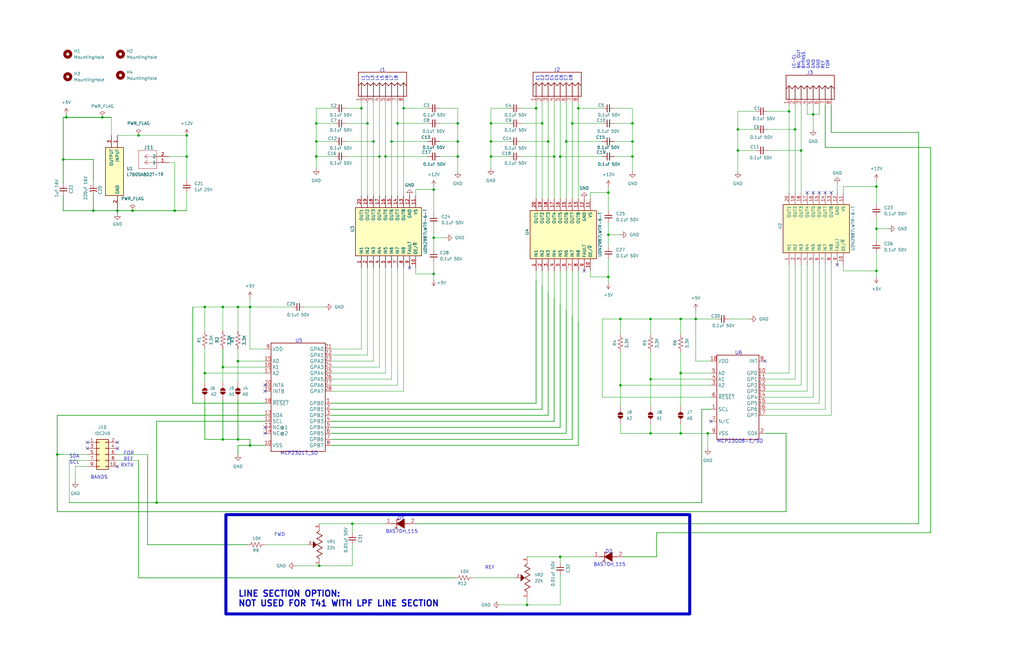
<source format=kicad_sch>
(kicad_sch (version 20250114) (generator "eeschema") (generator_version "9.0")
  (paper "B")
  (title_block (title "K9HZ 100W AUTO TUNER CONTROL BOARD") (date "2026-01-10") (rev "2.0") (company "COPYRIGHT 2025 WJ Schmidt") (comment 1 "Designed by WJ Schmidt - K9HZ") (comment 2 "Kicad Schematic Capture and PCB Optimization JWilson - KC7VLO"))
  (rectangle (start 95.25 217.17) (end 290.83 259.08) (stroke (width 1.27)))
  (text "C1\nC2\nC3\nC4\nC5\nC6\nC7\nC8" (at 226.06 34.29 90) (effects (font (size 1.233 1.233)) (justify left top)))
  (text "MCP23017_SO" (at 118.11 190.5 0) (effects (font (size 1.48 1.48)) (justify left top)))
  (text "RXTX" (at 50.8 195.58 0) (effects (font (size 1.48 1.48)) (justify left top)))
  (text "SDA" (at 29.21 191.77 0) (effects (font (size 1.48 1.48)) (justify left top)))
  (text "SCL" (at 29.21 194.31 0) (effects (font (size 1.48 1.48)) (justify left top)))
  (text "D2" (at 255.27 233.68 0) (effects (font (size 1.48 1.48)) (justify left bottom)))
  (text "D1" (at 167.64 219.71 0) (effects (font (size 1.48 1.48)) (justify left bottom)))
  (text "LC-CL\nBAL OUT\nBYPASS\nGND\nGND\nGND\nREF\nFOR" (at 334.01 29.21 90) (effects (font (size 1.27 1.27)) (justify left top)))
  (text "FWD" (at 115.57 224.79 0) (effects (font (size 1.48 1.48)) (justify left top)))
  (text "U5" (at 124.46 144.78 0) (effects (font (size 1.48 1.48)) (justify left bottom)))
  (text "BAS70H,115" (at 250.19 237.49 0) (effects (font (size 1.48 1.48)) (justify left top)))
  (text "BANDS" (at 38.1 200.66 0) (effects (font (size 1.48 1.48)) (justify left top)))
  (text "REF" (at 204.47 238.76 0) (effects (font (size 1.48 1.48)) (justify left top)))
  (text "MCP23008-E/SO" (at 302.26 185.42 0) (effects (font (size 1.48 1.48)) (justify left top)))
  (text "REF" (at 52.07 193.04 0) (effects (font (size 1.48 1.48)) (justify left top)))
  (text "U6" (at 309.88 149.86 0) (effects (font (size 1.48 1.48)) (justify left bottom)))
  (text "J3" (at 342.9 31.75 0) (effects (font (size 1.48 1.48)) (justify right bottom)))
  (text "J2" (at 236.22 30.48 0) (effects (font (size 1.48 1.48)) (justify right bottom)))
  (text "FOR" (at 52.07 190.5 0) (effects (font (size 1.48 1.48)) (justify left top)))
  (text "BAS70H,115" (at 162.56 223.52 0) (effects (font (size 1.48 1.48)) (justify left top)))
  (text "L1\nL2\nL3\nL4\nL5\nL6\nL7\nL8" (at 152.4 34.29 90) (effects (font (size 1.233 1.233)) (justify left top)))
  (text "LINE SECTION OPTION:\nNOT USED FOR T41 WITH LPF LINE SECTION" (at 100.33 252.73 0) (effects (font (size 2.54 2.54) (thickness 0.508) (bold yes)) (justify left)))
  (text "J1" (at 162.56 30.48 0) (effects (font (size 1.48 1.48)) (justify right bottom)))
  (junction (at 293.37 134.62))
  (junction (at 369.57 114.3))
  (junction (at 182.88 115.57))
  (junction (at 162.56 66.04))
  (junction (at 170.18 45.72))
  (junction (at 332.74 46.99))
  (junction (at 167.64 52.07))
  (junction (at 222.25 255.27))
  (junction (at 182.88 80.01))
  (junction (at 148.59 220.98))
  (junction (at 58.42 57.15))
  (junction (at 27.94 49.53))
  (junction (at 261.62 134.62))
  (junction (at 287.02 157.48))
  (junction (at 133.35 59.69))
  (junction (at 233.68 66.04))
  (junction (at 66.04 212.09))
  (junction (at 152.4 45.72))
  (junction (at 311.15 54.61))
  (junction (at 86.36 129.54))
  (junction (at 100.33 129.54))
  (junction (at 39.37 88.9))
  (junction (at 24.13 191.77))
  (junction (at 274.32 160.02))
  (junction (at 55.88 88.9))
  (junction (at 193.04 52.07))
  (junction (at 207.01 52.07))
  (junction (at 78.74 66.04))
  (junction (at 160.02 66.04))
  (junction (at 342.9 48.26))
  (junction (at 207.01 66.04))
  (junction (at 86.36 157.48))
  (junction (at 298.45 182.88))
  (junction (at 256.54 81.28))
  (junction (at 105.41 187.96))
  (junction (at 43.18 49.53))
  (junction (at 287.02 182.88))
  (junction (at 207.01 59.69))
  (junction (at 49.53 88.9))
  (junction (at 236.22 234.95))
  (junction (at 274.32 134.62))
  (junction (at 78.74 57.15))
  (junction (at 335.28 54.61))
  (junction (at 266.7 66.04))
  (junction (at 311.15 63.5))
  (junction (at 105.41 129.54))
  (junction (at 228.6 52.07))
  (junction (at 369.57 96.52))
  (junction (at 157.48 59.69))
  (junction (at 193.04 66.04))
  (junction (at 266.7 59.69))
  (junction (at 182.88 100.33))
  (junction (at 193.04 59.69))
  (junction (at 73.66 88.9))
  (junction (at 165.1 59.69))
  (junction (at 154.94 52.07))
  (junction (at 100.33 185.42))
  (junction (at 93.98 154.94))
  (junction (at 236.22 66.04))
  (junction (at 231.14 59.69))
  (junction (at 133.35 52.07))
  (junction (at 256.54 99.06))
  (junction (at 241.3 52.07))
  (junction (at 261.62 162.56))
  (junction (at 287.02 134.62))
  (junction (at 266.7 52.07))
  (junction (at 134.62 238.76))
  (junction (at 226.06 45.72))
  (junction (at 26.67 67.31))
  (junction (at 100.33 152.4))
  (junction (at 256.54 116.84))
  (junction (at 369.57 78.74))
  (junction (at 337.82 63.5))
  (junction (at 274.32 182.88))
  (junction (at 133.35 66.04))
  (junction (at 93.98 185.42))
  (junction (at 243.84 45.72))
  (junction (at 93.98 129.54))
  (junction (at 238.76 59.69))
  (no_connect (at 353.06 111.76))
  (no_connect (at 111.76 165.1))
  (no_connect (at 49.53 186.69))
  (no_connect (at 111.76 162.56))
  (no_connect (at 49.53 189.23))
  (no_connect (at 36.83 186.69))
  (no_connect (at 36.83 189.23))
  (no_connect (at 347.98 81.28))
  (no_connect (at 322.58 152.4))
  (no_connect (at 342.9 81.28))
  (no_connect (at 350.52 81.28))
  (no_connect (at 299.72 177.8))
  (no_connect (at 111.76 180.34))
  (no_connect (at 246.38 114.3))
  (no_connect (at 345.44 81.28))
  (no_connect (at 111.76 182.88))
  (no_connect (at 49.53 196.85))
  (no_connect (at 172.72 113.03))
  (no_connect (at 340.36 81.28))
  (wire (pts (xy 111.76 170.18) (xy 81.28 170.18)) (stroke (width 0.25)))
  (wire (pts (xy 322.58 160.02) (xy 335.28 160.02)))
  (wire (pts (xy 26.67 49.53) (xy 26.67 67.31)) (stroke (width 0.25)))
  (wire (pts (xy 185.42 59.69) (xy 193.04 59.69)))
  (wire (pts (xy 24.13 215.9) (xy 331.47 215.9)) (stroke (width 0.25)))
  (wire (pts (xy 369.57 106.68) (xy 369.57 114.3)))
  (wire (pts (xy 199.39 243.84) (xy 217.17 243.84)))
  (wire (pts (xy 231.14 114.3) (xy 231.14 123.19)))
  (wire (pts (xy 160.02 43.18) (xy 160.02 66.04)))
  (wire (pts (xy 299.72 172.72) (xy 295.91 172.72)) (stroke (width 0.25)))
  (wire (pts (xy 165.1 43.18) (xy 165.1 59.69)))
  (wire (pts (xy 236.22 255.27) (xy 222.25 255.27)))
  (wire (pts (xy 311.15 54.61) (xy 311.15 46.99)))
  (wire (pts (xy 146.05 45.72) (xy 152.4 45.72)))
  (wire (pts (xy 238.76 182.88) (xy 139.7 182.88)) (stroke (width 0.25)))
  (wire (pts (xy 105.41 147.32) (xy 105.41 129.54)))
  (wire (pts (xy 31.75 196.85) (xy 31.75 203.2)))
  (wire (pts (xy 148.59 229.87) (xy 148.59 238.76)))
  (wire (pts (xy 387.35 55.88) (xy 350.52 55.88)) (stroke (width 0.25)))
  (wire (pts (xy 24.13 191.77) (xy 26.67 191.77)) (stroke (width 0.25)))
  (wire (pts (xy 231.14 175.26) (xy 139.7 175.26)) (stroke (width 0.25)))
  (wire (pts (xy 154.94 52.07) (xy 154.94 82.55)))
  (wire (pts (xy 226.06 43.18) (xy 226.06 45.72)))
  (wire (pts (xy 332.74 44.45) (xy 332.74 46.99)))
  (wire (pts (xy 66.04 177.8) (xy 111.76 177.8)) (stroke (width 0.25)))
  (wire (pts (xy 139.7 162.56) (xy 167.64 162.56)))
  (wire (pts (xy 27.94 49.53) (xy 26.67 49.53)))
  (wire (pts (xy 322.58 167.64) (xy 342.9 167.64)))
  (wire (pts (xy 299.72 167.64) (xy 254 167.64)))
  (wire (pts (xy 311.15 46.99) (xy 318.77 46.99)))
  (wire (pts (xy 322.58 162.56) (xy 337.82 162.56)))
  (wire (pts (xy 24.13 175.26) (xy 111.76 175.26)) (stroke (width 0.25)))
  (wire (pts (xy 81.28 129.54) (xy 86.36 129.54)))
  (wire (pts (xy 276.86 224.79) (xy 392.43 224.79)) (stroke (width 0.25)))
  (wire (pts (xy 369.57 96.52) (xy 369.57 101.6)))
  (wire (pts (xy 182.88 115.57) (xy 182.88 118.11)))
  (wire (pts (xy 355.6 114.3) (xy 355.6 111.76)))
  (wire (pts (xy 261.62 140.97) (xy 261.62 134.62)))
  (wire (pts (xy 105.41 185.42) (xy 105.41 187.96)) (stroke (width 0.25)))
  (wire (pts (xy 26.67 67.31) (xy 26.67 77.47)) (stroke (width 0.25)))
  (wire (pts (xy 392.43 62.23) (xy 392.43 224.79)) (stroke (width 0.25)))
  (wire (pts (xy 31.75 196.85) (xy 36.83 196.85)))
  (wire (pts (xy 139.7 157.48) (xy 162.56 157.48)))
  (wire (pts (xy 162.56 113.03) (xy 162.56 157.48)))
  (wire (pts (xy 287.02 148.59) (xy 287.02 157.48)))
  (wire (pts (xy 340.36 111.76) (xy 340.36 165.1)))
  (wire (pts (xy 49.53 194.31) (xy 58.42 194.31)))
  (wire (pts (xy 342.9 48.26) (xy 342.9 54.61)))
  (wire (pts (xy 387.35 55.88) (xy 387.35 220.98)) (stroke (width 0.25)))
  (wire (pts (xy 266.7 66.04) (xy 266.7 72.39)))
  (wire (pts (xy 139.7 160.02) (xy 165.1 160.02)))
  (wire (pts (xy 49.53 88.9) (xy 49.53 90.17)) (stroke (width 0.25)))
  (wire (pts (xy 193.04 52.07) (xy 193.04 59.69)))
  (wire (pts (xy 274.32 160.02) (xy 274.32 171.45)))
  (wire (pts (xy 299.72 160.02) (xy 274.32 160.02)))
  (wire (pts (xy 261.62 162.56) (xy 261.62 171.45)))
  (wire (pts (xy 55.88 88.9) (xy 73.66 88.9)) (stroke (width 0.25)))
  (wire (pts (xy 256.54 99.06) (xy 256.54 104.14)))
  (wire (pts (xy 100.33 152.4) (xy 100.33 161.29)))
  (wire (pts (xy 39.37 88.9) (xy 26.67 88.9)) (stroke (width 0.25)))
  (wire (pts (xy 154.94 149.86) (xy 139.7 149.86)))
  (wire (pts (xy 49.53 57.15) (xy 58.42 57.15)))
  (wire (pts (xy 293.37 152.4) (xy 293.37 134.62)))
  (wire (pts (xy 332.74 46.99) (xy 332.74 81.28)))
  (wire (pts (xy 228.6 52.07) (xy 228.6 83.82)))
  (wire (pts (xy 231.14 59.69) (xy 231.14 83.82)))
  (wire (pts (xy 100.33 185.42) (xy 105.41 185.42)) (stroke (width 0.25)))
  (wire (pts (xy 311.15 54.61) (xy 318.77 54.61)))
  (wire (pts (xy 182.88 80.01) (xy 182.88 90.17)))
  (wire (pts (xy 238.76 43.18) (xy 238.76 59.69)))
  (wire (pts (xy 58.42 243.84) (xy 191.77 243.84)) (stroke (width 0.25)))
  (wire (pts (xy 100.33 129.54) (xy 100.33 139.7)))
  (wire (pts (xy 274.32 134.62) (xy 287.02 134.62)))
  (wire (pts (xy 243.84 45.72) (xy 254 45.72)))
  (wire (pts (xy 148.59 220.98) (xy 148.59 224.79)))
  (wire (pts (xy 323.85 54.61) (xy 335.28 54.61)))
  (wire (pts (xy 182.88 110.49) (xy 182.88 115.57)))
  (wire (pts (xy 160.02 66.04) (xy 160.02 82.55)))
  (wire (pts (xy 134.62 220.98) (xy 148.59 220.98)))
  (wire (pts (xy 219.71 66.04) (xy 233.68 66.04)))
  (wire (pts (xy 241.3 43.18) (xy 241.3 52.07)))
  (wire (pts (xy 345.44 48.26) (xy 342.9 48.26)))
  (wire (pts (xy 335.28 111.76) (xy 335.28 160.02)))
  (wire (pts (xy 133.35 45.72) (xy 133.35 52.07)))
  (wire (pts (xy 185.42 66.04) (xy 193.04 66.04)))
  (wire (pts (xy 274.32 148.59) (xy 274.32 160.02)))
  (wire (pts (xy 39.37 76.2) (xy 39.37 77.47)))
  (wire (pts (xy 93.98 147.32) (xy 93.98 154.94)) (stroke (width 0.25)))
  (wire (pts (xy 207.01 59.69) (xy 207.01 66.04)))
  (wire (pts (xy 105.41 129.54) (xy 123.19 129.54)))
  (wire (pts (xy 105.41 125.73) (xy 105.41 129.54)))
  (wire (pts (xy 133.35 52.07) (xy 140.97 52.07)))
  (wire (pts (xy 287.02 134.62) (xy 287.02 140.97)))
  (wire (pts (xy 287.02 182.88) (xy 287.02 179.07)))
  (wire (pts (xy 369.57 91.44) (xy 369.57 96.52)))
  (wire (pts (xy 193.04 45.72) (xy 193.04 52.07)))
  (wire (pts (xy 111.76 147.32) (xy 105.41 147.32)))
  (wire (pts (xy 298.45 182.88) (xy 287.02 182.88)))
  (wire (pts (xy 266.7 45.72) (xy 266.7 52.07)))
  (wire (pts (xy 78.74 66.04) (xy 78.74 76.2)))
  (wire (pts (xy 342.9 44.45) (xy 342.9 48.26)))
  (wire (pts (xy 62.23 229.87) (xy 104.14 229.87)) (stroke (width 0.25)))
  (wire (pts (xy 322.58 157.48) (xy 332.74 157.48)))
  (wire (pts (xy 152.4 43.18) (xy 152.4 45.72)))
  (wire (pts (xy 238.76 59.69) (xy 254 59.69)))
  (wire (pts (xy 93.98 168.91) (xy 93.98 185.42)) (stroke (width 0.25)))
  (wire (pts (xy 287.02 157.48) (xy 287.02 171.45)))
  (wire (pts (xy 233.68 66.04) (xy 233.68 83.82)))
  (wire (pts (xy 71.12 68.58) (xy 73.66 68.58)))
  (wire (pts (xy 261.62 134.62) (xy 274.32 134.62)))
  (wire (pts (xy 100.33 168.91) (xy 100.33 185.42)) (stroke (width 0.25)))
  (wire (pts (xy 332.74 111.76) (xy 332.74 157.48)))
  (wire (pts (xy 226.06 118.11) (xy 226.06 170.18)) (stroke (width 0.25)))
  (wire (pts (xy 241.3 133.35) (xy 241.3 185.42)) (stroke (width 0.25)))
  (wire (pts (xy 139.7 147.32) (xy 152.4 147.32)))
  (wire (pts (xy 323.85 46.99) (xy 332.74 46.99)))
  (wire (pts (xy 259.08 59.69) (xy 266.7 59.69)))
  (wire (pts (xy 100.33 129.54) (xy 105.41 129.54)))
  (wire (pts (xy 128.27 129.54) (xy 137.16 129.54)))
  (wire (pts (xy 152.4 45.72) (xy 152.4 82.55)))
  (wire (pts (xy 111.76 187.96) (xy 105.41 187.96)) (stroke (width 0.25)))
  (wire (pts (xy 73.66 68.58) (xy 73.66 88.9)))
  (wire (pts (xy 299.72 182.88) (xy 298.45 182.88)))
  (wire (pts (xy 175.26 115.57) (xy 175.26 113.03)))
  (wire (pts (xy 154.94 43.18) (xy 154.94 52.07)))
  (wire (pts (xy 46.99 49.53) (xy 43.18 49.53)) (stroke (width 0.25)))
  (wire (pts (xy 58.42 243.84) (xy 58.42 194.31)) (stroke (width 0.25)))
  (wire (pts (xy 111.76 229.87) (xy 129.54 229.87)))
  (wire (pts (xy 154.94 113.03) (xy 154.94 149.86)))
  (wire (pts (xy 226.06 45.72) (xy 226.06 83.82)))
  (wire (pts (xy 93.98 129.54) (xy 93.98 139.7)))
  (wire (pts (xy 26.67 82.55) (xy 26.67 88.9)) (stroke (width 0.25)))
  (wire (pts (xy 311.15 54.61) (xy 311.15 63.5)))
  (wire (pts (xy 322.58 172.72) (xy 347.98 172.72)))
  (wire (pts (xy 293.37 134.62) (xy 302.26 134.62)))
  (wire (pts (xy 228.6 43.18) (xy 228.6 52.07)))
  (wire (pts (xy 182.88 100.33) (xy 182.88 105.41)))
  (wire (pts (xy 146.05 66.04) (xy 160.02 66.04)))
  (wire (pts (xy 133.35 52.07) (xy 133.35 59.69)))
  (wire (pts (xy 157.48 43.18) (xy 157.48 59.69)))
  (wire (pts (xy 86.36 129.54) (xy 86.36 139.7)))
  (wire (pts (xy 274.32 182.88) (xy 287.02 182.88)))
  (wire (pts (xy 26.67 67.31) (xy 39.37 67.31)) (stroke (width 0.25)))
  (wire (pts (xy 241.3 52.07) (xy 254 52.07)))
  (wire (pts (xy 256.54 81.28) (xy 256.54 88.9)))
  (wire (pts (xy 43.18 49.53) (xy 27.94 49.53)) (stroke (width 0.25)))
  (wire (pts (xy 219.71 45.72) (xy 226.06 45.72)))
  (wire (pts (xy 248.92 81.28) (xy 248.92 83.82)))
  (wire (pts (xy 207.01 45.72) (xy 207.01 52.07)))
  (wire (pts (xy 86.36 168.91) (xy 86.36 185.42)) (stroke (width 0.25)))
  (wire (pts (xy 274.32 179.07) (xy 274.32 182.88)))
  (wire (pts (xy 49.53 88.9) (xy 49.53 87.63)) (stroke (width 0.25)))
  (wire (pts (xy 146.05 59.69) (xy 157.48 59.69)))
  (wire (pts (xy 29.21 212.09) (xy 66.04 212.09)) (stroke (width 0.25)))
  (wire (pts (xy 180.34 66.04) (xy 162.56 66.04)))
  (wire (pts (xy 298.45 182.88) (xy 298.45 189.23)))
  (wire (pts (xy 261.62 162.56) (xy 299.72 162.56)))
  (wire (pts (xy 46.99 57.15) (xy 46.99 49.53)))
  (wire (pts (xy 46.99 49.53) (xy 43.18 49.53)))
  (wire (pts (xy 93.98 185.42) (xy 100.33 185.42)) (stroke (width 0.25)))
  (wire (pts (xy 133.35 59.69) (xy 133.35 66.04)))
  (wire (pts (xy 299.72 152.4) (xy 293.37 152.4)))
  (wire (pts (xy 233.68 43.18) (xy 233.68 66.04)))
  (wire (pts (xy 311.15 63.5) (xy 318.77 63.5)))
  (wire (pts (xy 256.54 78.74) (xy 256.54 81.28)))
  (wire (pts (xy 207.01 52.07) (xy 214.63 52.07)))
  (wire (pts (xy 256.54 99.06) (xy 261.62 99.06)))
  (wire (pts (xy 39.37 82.55) (xy 39.37 88.9)) (stroke (width 0.25)))
  (wire (pts (xy 238.76 59.69) (xy 238.76 83.82)))
  (wire (pts (xy 236.22 234.95) (xy 250.19 234.95)))
  (wire (pts (xy 261.62 182.88) (xy 274.32 182.88)))
  (wire (pts (xy 248.92 116.84) (xy 248.92 114.3)))
  (wire (pts (xy 243.84 187.96) (xy 139.7 187.96)) (stroke (width 0.25)))
  (wire (pts (xy 162.56 66.04) (xy 162.56 82.55)))
  (wire (pts (xy 24.13 191.77) (xy 24.13 215.9)) (stroke (width 0.25)))
  (wire (pts (xy 335.28 54.61) (xy 335.28 81.28)))
  (wire (pts (xy 342.9 111.76) (xy 342.9 167.64)))
  (wire (pts (xy 256.54 93.98) (xy 256.54 99.06)))
  (wire (pts (xy 29.21 194.31) (xy 29.21 212.09)))
  (wire (pts (xy 182.88 115.57) (xy 175.26 115.57)))
  (wire (pts (xy 228.6 114.3) (xy 228.6 120.65)))
  (wire (pts (xy 100.33 187.96) (xy 100.33 191.77)) (stroke (width 0.25)))
  (wire (pts (xy 238.76 114.3) (xy 238.76 130.81)))
  (wire (pts (xy 139.7 165.1) (xy 170.18 165.1)))
  (wire (pts (xy 27.94 48.26) (xy 27.94 49.53)) (stroke (width 0.25)))
  (wire (pts (xy 369.57 114.3) (xy 355.6 114.3)))
  (wire (pts (xy 266.7 59.69) (xy 266.7 66.04)))
  (wire (pts (xy 157.48 113.03) (xy 157.48 152.4)))
  (wire (pts (xy 236.22 234.95) (xy 236.22 237.49)))
  (wire (pts (xy 350.52 111.76) (xy 350.52 175.26)))
  (wire (pts (xy 248.92 81.28) (xy 256.54 81.28)))
  (wire (pts (xy 222.25 234.95) (xy 236.22 234.95)))
  (wire (pts (xy 93.98 129.54) (xy 100.33 129.54)))
  (wire (pts (xy 24.13 175.26) (xy 24.13 191.77)) (stroke (width 0.25)))
  (wire (pts (xy 347.98 44.45) (xy 347.98 62.23)) (stroke (width 0.25)))
  (wire (pts (xy 133.35 59.69) (xy 140.97 59.69)))
  (wire (pts (xy 100.33 147.32) (xy 100.33 152.4)))
  (wire (pts (xy 243.84 43.18) (xy 243.84 45.72)))
  (wire (pts (xy 78.74 66.04) (xy 71.12 66.04)))
  (wire (pts (xy 236.22 242.57) (xy 236.22 255.27)))
  (wire (pts (xy 139.7 154.94) (xy 160.02 154.94)))
  (wire (pts (xy 345.44 111.76) (xy 345.44 170.18)))
  (wire (pts (xy 254 134.62) (xy 261.62 134.62)))
  (wire (pts (xy 214.63 45.72) (xy 207.01 45.72)))
  (wire (pts (xy 170.18 45.72) (xy 180.34 45.72)))
  (wire (pts (xy 337.82 111.76) (xy 337.82 162.56)))
  (wire (pts (xy 256.54 116.84) (xy 248.92 116.84)))
  (wire (pts (xy 81.28 170.18) (xy 81.28 129.54)) (stroke (width 0.25)))
  (wire (pts (xy 369.57 78.74) (xy 369.57 86.36)))
  (wire (pts (xy 243.84 135.89) (xy 243.84 187.96)) (stroke (width 0.25)))
  (wire (pts (xy 170.18 113.03) (xy 170.18 165.1)))
  (wire (pts (xy 146.05 52.07) (xy 154.94 52.07)))
  (wire (pts (xy 233.68 125.73) (xy 233.68 177.8)) (stroke (width 0.25)))
  (wire (pts (xy 222.25 255.27) (xy 210.82 255.27)))
  (wire (pts (xy 29.21 194.31) (xy 36.83 194.31)))
  (wire (pts (xy 254 66.04) (xy 236.22 66.04)))
  (wire (pts (xy 228.6 120.65) (xy 228.6 172.72)) (stroke (width 0.25)))
  (wire (pts (xy 337.82 63.5) (xy 337.82 81.28)))
  (wire (pts (xy 134.62 238.76) (xy 124.46 238.76)))
  (wire (pts (xy 236.22 66.04) (xy 236.22 83.82)))
  (wire (pts (xy 241.3 114.3) (xy 241.3 133.35)))
  (wire (pts (xy 207.01 59.69) (xy 214.63 59.69)))
  (wire (pts (xy 287.02 134.62) (xy 293.37 134.62)))
  (wire (pts (xy 241.3 185.42) (xy 139.7 185.42)) (stroke (width 0.25)))
  (wire (pts (xy 241.3 52.07) (xy 241.3 83.82)))
  (wire (pts (xy 369.57 96.52) (xy 374.65 96.52)))
  (wire (pts (xy 311.15 63.5) (xy 311.15 72.39)))
  (wire (pts (xy 345.44 44.45) (xy 345.44 48.26)))
  (wire (pts (xy 331.47 215.9) (xy 331.47 182.88)) (stroke (width 0.25)))
  (wire (pts (xy 139.7 152.4) (xy 157.48 152.4)))
  (wire (pts (xy 254 167.64) (xy 254 134.62)))
  (wire (pts (xy 347.98 62.23) (xy 392.43 62.23)) (stroke (width 0.25)))
  (wire (pts (xy 182.88 95.25) (xy 182.88 100.33)))
  (wire (pts (xy 222.25 252.73) (xy 222.25 255.27)))
  (wire (pts (xy 233.68 177.8) (xy 139.7 177.8)) (stroke (width 0.25)))
  (wire (pts (xy 226.06 114.3) (xy 226.06 118.11)))
  (wire (pts (xy 238.76 130.81) (xy 238.76 182.88)) (stroke (width 0.25)))
  (wire (pts (xy 228.6 172.72) (xy 139.7 172.72)) (stroke (width 0.25)))
  (wire (pts (xy 355.6 78.74) (xy 355.6 81.28)))
  (wire (pts (xy 133.35 66.04) (xy 140.97 66.04)))
  (wire (pts (xy 259.08 52.07) (xy 266.7 52.07)))
  (wire (pts (xy 78.74 81.28) (xy 78.74 88.9)))
  (wire (pts (xy 58.42 57.15) (xy 78.74 57.15)))
  (wire (pts (xy 266.7 52.07) (xy 266.7 59.69)))
  (wire (pts (xy 175.26 80.01) (xy 175.26 82.55)))
  (wire (pts (xy 350.52 55.88) (xy 350.52 44.45)) (stroke (width 0.25)))
  (wire (pts (xy 86.36 157.48) (xy 111.76 157.48)))
  (wire (pts (xy 49.53 191.77) (xy 62.23 191.77)))
  (wire (pts (xy 175.26 80.01) (xy 182.88 80.01)))
  (wire (pts (xy 43.18 49.53) (xy 27.94 49.53)))
  (wire (pts (xy 307.34 134.62) (xy 316.23 134.62)))
  (wire (pts (xy 323.85 63.5) (xy 337.82 63.5)))
  (wire (pts (xy 78.74 57.15) (xy 78.74 66.04)))
  (wire (pts (xy 287.02 157.48) (xy 299.72 157.48)))
  (wire (pts (xy 185.42 52.07) (xy 193.04 52.07)))
  (wire (pts (xy 276.86 234.95) (xy 262.89 234.95)) (stroke (width 0.25)))
  (wire (pts (xy 335.28 44.45) (xy 335.28 54.61)))
  (wire (pts (xy 261.62 179.07) (xy 261.62 182.88)))
  (wire (pts (xy 261.62 148.59) (xy 261.62 162.56)))
  (wire (pts (xy 256.54 116.84) (xy 256.54 119.38)))
  (wire (pts (xy 276.86 224.79) (xy 276.86 234.95)) (stroke (width 0.25)))
  (wire (pts (xy 256.54 109.22) (xy 256.54 116.84)))
  (wire (pts (xy 86.36 157.48) (xy 86.36 161.29)))
  (wire (pts (xy 233.68 114.3) (xy 233.68 125.73)))
  (wire (pts (xy 207.01 66.04) (xy 214.63 66.04)))
  (wire (pts (xy 157.48 59.69) (xy 157.48 82.55)))
  (wire (pts (xy 295.91 172.72) (xy 295.91 212.09)) (stroke (width 0.25)))
  (wire (pts (xy 322.58 170.18) (xy 345.44 170.18)))
  (wire (pts (xy 93.98 154.94) (xy 93.98 161.29)))
  (wire (pts (xy 355.6 78.74) (xy 369.57 78.74)))
  (wire (pts (xy 340.36 44.45) (xy 340.36 48.26)))
  (wire (pts (xy 259.08 45.72) (xy 266.7 45.72)))
  (wire (pts (xy 322.58 165.1) (xy 340.36 165.1)))
  (wire (pts (xy 219.71 52.07) (xy 228.6 52.07)))
  (wire (pts (xy 175.26 220.98) (xy 387.35 220.98)) (stroke (width 0.25)))
  (wire (pts (xy 337.82 44.45) (xy 337.82 63.5)))
  (wire (pts (xy 100.33 152.4) (xy 111.76 152.4)))
  (wire (pts (xy 27.94 49.53) (xy 26.67 49.53)) (stroke (width 0.25)))
  (wire (pts (xy 274.32 140.97) (xy 274.32 134.62)))
  (wire (pts (xy 322.58 175.26) (xy 350.52 175.26)))
  (wire (pts (xy 55.88 88.9) (xy 49.53 88.9)) (stroke (width 0.25)))
  (wire (pts (xy 369.57 114.3) (xy 369.57 116.84)))
  (wire (pts (xy 26.67 191.77) (xy 36.83 191.77)))
  (wire (pts (xy 165.1 59.69) (xy 180.34 59.69)))
  (wire (pts (xy 340.36 48.26) (xy 342.9 48.26)))
  (wire (pts (xy 78.74 88.9) (xy 73.66 88.9)) (stroke (width 0.25)))
  (wire (pts (xy 193.04 66.04) (xy 193.04 72.39)))
  (wire (pts (xy 243.84 45.72) (xy 243.84 83.82)))
  (wire (pts (xy 86.36 147.32) (xy 86.36 157.48)))
  (wire (pts (xy 331.47 182.88) (xy 322.58 182.88)) (stroke (width 0.25)))
  (wire (pts (xy 353.06 77.47) (xy 353.06 81.28)))
  (wire (pts (xy 148.59 220.98) (xy 162.56 220.98)))
  (wire (pts (xy 236.22 128.27) (xy 236.22 180.34)) (stroke (width 0.25)))
  (wire (pts (xy 293.37 134.62) (xy 293.37 130.81)))
  (wire (pts (xy 160.02 113.03) (xy 160.02 154.94)))
  (wire (pts (xy 170.18 43.18) (xy 170.18 45.72)))
  (wire (pts (xy 167.64 52.07) (xy 180.34 52.07)))
  (wire (pts (xy 167.64 52.07) (xy 167.64 82.55)))
  (wire (pts (xy 236.22 43.18) (xy 236.22 66.04)))
  (wire (pts (xy 165.1 113.03) (xy 165.1 160.02)))
  (wire (pts (xy 39.37 88.9) (xy 49.53 88.9)) (stroke (width 0.25)))
  (wire (pts (xy 105.41 187.96) (xy 100.33 187.96)) (stroke (width 0.25)))
  (wire (pts (xy 134.62 238.76) (xy 148.59 238.76)))
  (wire (pts (xy 207.01 66.04) (xy 207.01 71.12)))
  (wire (pts (xy 219.71 59.69) (xy 231.14 59.69)))
  (wire (pts (xy 231.14 123.19) (xy 231.14 175.26)) (stroke (width 0.25)))
  (wire (pts (xy 236.22 180.34) (xy 139.7 180.34)) (stroke (width 0.25)))
  (wire (pts (xy 140.97 45.72) (xy 133.35 45.72)))
  (wire (pts (xy 347.98 111.76) (xy 347.98 172.72)))
  (wire (pts (xy 39.37 67.31) (xy 39.37 76.2)) (stroke (width 0.25)))
  (wire (pts (xy 62.23 229.87) (xy 62.23 191.77)) (stroke (width 0.25)))
  (wire (pts (xy 86.36 185.42) (xy 93.98 185.42)) (stroke (width 0.25)))
  (wire (pts (xy 243.84 114.3) (xy 243.84 135.89)))
  (wire (pts (xy 111.76 154.94) (xy 93.98 154.94)))
  (wire (pts (xy 86.36 129.54) (xy 93.98 129.54)))
  (wire (pts (xy 259.08 66.04) (xy 266.7 66.04)))
  (wire (pts (xy 152.4 113.03) (xy 152.4 147.32)))
  (wire (pts (xy 193.04 59.69) (xy 193.04 66.04)))
  (wire (pts (xy 231.14 43.18) (xy 231.14 59.69)))
  (wire (pts (xy 182.88 78.74) (xy 182.88 80.01)))
  (wire (pts (xy 66.04 177.8) (xy 66.04 212.09)) (stroke (width 0.25)))
  (wire (pts (xy 167.64 113.03) (xy 167.64 162.56)))
  (wire (pts (xy 167.64 43.18) (xy 167.64 52.07)))
  (wire (pts (xy 207.01 52.07) (xy 207.01 59.69)))
  (wire (pts (xy 185.42 45.72) (xy 193.04 45.72)))
  (wire (pts (xy 170.18 45.72) (xy 170.18 82.55)))
  (wire (pts (xy 66.04 212.09) (xy 295.91 212.09)) (stroke (width 0.25)))
  (wire (pts (xy 369.57 76.2) (xy 369.57 78.74)))
  (wire (pts (xy 226.06 170.18) (xy 139.7 170.18)) (stroke (width 0.25)))
  (wire (pts (xy 182.88 100.33) (xy 187.96 100.33)))
  (wire (pts (xy 133.35 66.04) (xy 133.35 71.12)))
  (wire (pts (xy 165.1 59.69) (xy 165.1 82.55)))
  (wire (pts (xy 162.56 43.18) (xy 162.56 66.04)))
  (wire (pts (xy 236.22 114.3) (xy 236.22 128.27)))
  (symbol (lib_id "Device:R_US") (at 107.95 229.87 90) (unit 1)
    (property "Reference" "R9" (at 109.22 232.283 90) (effects (justify left)))
    (property "Value" "10K" (at 110.236 227.203 90) (effects (justify left)))
    (property "Footprint" "Resistor_SMD:R_1206_3216Metric_Pad1.30x1.75mm_HandSolder" (effects (hide yes)))
    (property "Description" "Resistor, US symbol" (effects (hide yes)))
  )
  (symbol (lib_id "Device:C_Small") (at 321.31 54.61 270) (unit 1)
    (property "Reference" "C6" (at 319.024 53.594 90))
    (property "Value" "0.1uf 50V" (at 321.056 57.912 90))
    (property "Footprint" "Capacitor_SMD:C_1206_3216Metric_Pad1.33x1.80mm_HandSolder" (effects (hide yes)))
    (property "Description" "Unpolarized capacitor, small symbol" (effects (hide yes)))
  )
  (symbol (lib_id "Mechanical:MountingHole") (at 50.8 31.75 0) (unit 1) (in_bom no)
    (property "Reference" "H4" (at 53.34 30.4799 0) (effects (justify left)))
    (property "Value" "MountingHole" (at 53.34 33.0199 0) (effects (justify left)))
    (property "Footprint" "MountingHole:MountingHole_3.2mm_M3" (effects (hide yes)))
    (property "Description" "Mounting Hole without connection" (effects (hide yes)))
  )
  (symbol (lib_id "power:PWR_FLAG") (at 55.88 88.9 0) (unit 1)
    (property "Reference" "#FLG01" (effects (hide yes)))
    (property "Value" "PWR_FLAG" (at 55.88 83.82 0))
    (property "Description" "Special symbol for telling ERC where power comes from" (effects (hide yes)))
  )
  (symbol (lib_id "diptrace-eagle-import:1986717-8") (at 161.29 35.56 270) (unit 1)
    (property "Reference" "J1" (effects (hide yes)))
    (property "Value" "1986717-8" (effects (hide yes)))
    (property "Footprint" "Connector_PinHeader_2.54mm:PinHeader_1x08_P2.54mm_Vertical" (effects (hide yes)))
  )
  (symbol (lib_id "Mechanical:MountingHole") (at 28.575 22.86 0) (unit 1) (in_bom no)
    (property "Reference" "H1" (at 31.115 21.5899 0) (effects (justify left)))
    (property "Value" "MountingHole" (at 31.115 24.1299 0) (effects (justify left)))
    (property "Footprint" "MountingHole:MountingHole_3.2mm_M3" (effects (hide yes)))
    (property "Description" "Mounting Hole without connection" (effects (hide yes)))
  )
  (symbol (lib_id "Jumper:SolderJumper_2_Open") (at 261.62 175.26 90) (unit 1) (in_bom no)
    (property "Reference" "J9" (at 264.16 173.9899 90) (effects (justify right)))
    (property "Value" "A2" (at 264.16 176.5299 90) (effects (justify right)))
    (property "Footprint" "Jumper:SolderJumper-2_P1.3mm_Open_TrianglePad1.0x1.5mm" (effects (hide yes)))
    (property "Description" "Solder Jumper, 2-pole, open" (effects (hide yes)))
  )
  (symbol (lib_id "CONN_SD-39531-003_02P_MOL:395310002") (at 71.12 68.58 180) (unit 1)
    (property "Reference" "J11" (at 62.738 62.23 0) (effects (font (size 1.524 1.524))))
    (property "Value" "395310002" (effects (hide yes)))
    (property "Footprint" "395310002:CONN_SD-39531-003_02P_MOL" (effects (hide yes)))
    (property "Datasheet" "https://www.molex.com/en-us/products/part-detail-pdf/395310002?display=pdf" (effects (hide yes)))
  )
  (symbol (lib_id "power:GND") (at 124.46 238.76 270) (unit 1)
    (property "Reference" "#PWR016" (effects (hide yes)))
    (property "Value" "GND" (at 120.65 238.7599 90) (effects (justify right)))
    (property "Description" "Power symbol creates a global label with name \"GND\" , ground" (effects (hide yes)))
  )
  (symbol (lib_id "power:+5V") (at 293.37 130.81 0) (unit 1)
    (property "Reference" "#PWR032" (effects (hide yes)))
    (property "Value" "+5V" (at 293.37 125.73 0))
    (property "Description" "Power symbol creates a global label with name \"+5V\"" (effects (hide yes)))
  )
  (symbol (lib_id "Device:C_Small") (at 182.88 66.04 90) (unit 1)
    (property "Reference" "C17" (at 179.832 64.262 90))
    (property "Value" "0.1uf 50V" (at 183.134 69.342 90))
    (property "Footprint" "Capacitor_SMD:C_1206_3216Metric_Pad1.33x1.80mm_HandSolder" (effects (hide yes)))
    (property "Description" "Unpolarized capacitor, small symbol" (effects (hide yes)))
  )
  (symbol (lib_id "Device:R_US") (at 93.98 143.51 0) (unit 1)
    (property "Reference" "R2" (at 91.567 144.78 90) (effects (justify left)))
    (property "Value" "3.3K" (at 96.647 145.796 90) (effects (justify left)))
    (property "Footprint" "Resistor_SMD:R_1206_3216Metric_Pad1.30x1.75mm_HandSolder" (effects (hide yes)))
    (property "Description" "Resistor, US symbol" (effects (hide yes)))
  )
  (symbol (lib_id "Device:C_Small") (at 143.51 45.72 270) (unit 1)
    (property "Reference" "C2" (at 140.716 44.577 90))
    (property "Value" "0.1uf 50V" (at 143.764 48.514 90))
    (property "Footprint" "Capacitor_SMD:C_1206_3216Metric_Pad1.33x1.80mm_HandSolder" (effects (hide yes)))
    (property "Description" "Unpolarized capacitor, small symbol" (effects (hide yes)))
  )
  (symbol (lib_id "Device:R_US") (at 261.62 144.78 0) (unit 1)
    (property "Reference" "R4" (at 259.207 146.05 90) (effects (justify left)))
    (property "Value" "3.3K" (at 264.287 147.066 90) (effects (justify left)))
    (property "Footprint" "Resistor_SMD:R_1206_3216Metric_Pad1.30x1.75mm_HandSolder" (effects (hide yes)))
    (property "Description" "Resistor, US symbol" (effects (hide yes)))
  )
  (symbol (lib_id "Device:C_Small") (at 369.57 88.9 0) (unit 1)
    (property "Reference" "C23" (at 372.745 87.6362 0) (effects (justify left)))
    (property "Value" "0.1uf 50V" (at 372.745 90.1762 0) (effects (justify left)))
    (property "Footprint" "Capacitor_SMD:C_1206_3216Metric_Pad1.33x1.80mm_HandSolder" (effects (hide yes)))
    (property "Description" "Unpolarized capacitor, small symbol" (effects (hide yes)))
  )
  (symbol (lib_id "Connector_Generic:Conn_02x05_Odd_Even") (at 41.91 191.77 0) (unit 1)
    (property "Reference" "J10" (at 43.18 180.34 0))
    (property "Value" "IDC2x5" (at 43.18 182.88 0))
    (property "Footprint" "Connector_IDC:IDC-Header_2x05_P2.54mm_Vertical" (effects (hide yes)))
    (property "Description" "Generic connector, double row, 02x05, odd/even pin numbering scheme (row 1 odd numbers, row 2 even numbers), script generated (kicad-library-utils/schlib/autogen/connector/)" (effects (hide yes)))
  )
  (symbol (lib_id "power:GND") (at 316.23 134.62 90) (unit 1)
    (property "Reference" "#PWR011" (effects (hide yes)))
    (property "Value" "GND" (at 320.04 134.6199 90) (effects (justify right)))
    (property "Description" "Power symbol creates a global label with name \"GND\" , ground" (effects (hide yes)))
  )
  (symbol (lib_id "3296W-1-203:3296W-1-203") (at 134.62 229.87 90) (unit 1)
    (property "Reference" "VR1" (at 137.795 228.5999 90) (effects (justify right)))
    (property "Value" "22k" (at 137.795 231.1399 90) (effects (justify right)))
    (property "Footprint" "Potentiometer_THT:Potentiometer_Bourns_3296W_Vertical" (effects (hide yes)))
    (property "PARTREV" "05/16" (effects (hide yes)))
    (property "STANDARD" "Manufacturer Recommendation" (effects (hide yes)))
    (property "MANUFACTURER" "Bourns" (effects (hide yes)))
  )
  (symbol (lib_id "Device:C_Small") (at 217.17 66.04 270) (unit 1)
    (property "Reference" "C18" (at 213.614 64.77 90))
    (property "Value" "0.1uf 50V" (at 217.424 68.834 90))
    (property "Footprint" "Capacitor_SMD:C_1206_3216Metric_Pad1.33x1.80mm_HandSolder" (effects (hide yes)))
    (property "Description" "Unpolarized capacitor, small symbol" (effects (hide yes)))
  )
  (symbol (lib_id "power:GND") (at 207.01 71.12 0) (unit 1)
    (property "Reference" "#PWR05" (effects (hide yes)))
    (property "Value" "GND" (at 207.01 76.2 0))
    (property "Description" "Power symbol creates a global label with name \"GND\" , ground" (effects (hide yes)))
  )
  (symbol (lib_id "Jumper:SolderJumper_2_Open") (at 287.02 175.26 90) (unit 1) (in_bom no)
    (property "Reference" "J7" (at 289.56 173.9899 90) (effects (justify right)))
    (property "Value" "A0" (at 289.56 176.5299 90) (effects (justify right)))
    (property "Footprint" "Jumper:SolderJumper-2_P1.3mm_Open_TrianglePad1.0x1.5mm" (effects (hide yes)))
    (property "Description" "Solder Jumper, 2-pole, open" (effects (hide yes)))
  )
  (symbol (lib_id "power:GND") (at 353.06 77.47 180) (unit 1)
    (property "Reference" "#PWR09" (effects (hide yes)))
    (property "Value" "GND" (at 353.06 73.025 0))
    (property "Description" "Power symbol creates a global label with name \"GND\" , ground" (effects (hide yes)))
  )
  (symbol (lib_id "Mechanical:MountingHole") (at 28.575 32.385 0) (unit 1) (in_bom no)
    (property "Reference" "H3" (at 31.115 31.1149 0) (effects (justify left)))
    (property "Value" "MountingHole" (at 31.115 33.6549 0) (effects (justify left)))
    (property "Footprint" "MountingHole:MountingHole_3.2mm_M3" (effects (hide yes)))
    (property "Description" "Mounting Hole without connection" (effects (hide yes)))
  )
  (symbol (lib_id "power:GND") (at 49.53 90.17 0) (unit 1)
    (property "Reference" "#PWR02" (effects (hide yes)))
    (property "Value" "GND" (at 49.53 94.615 0))
    (property "Description" "Power symbol creates a global label with name \"GND\" , ground" (effects (hide yes)))
  )
  (symbol (lib_id "power:+5V") (at 27.94 48.26 0) (unit 1)
    (property "Reference" "#PWR019" (effects (hide yes)))
    (property "Value" "+5V" (at 27.94 43.18 0))
    (property "Description" "Power symbol creates a global label with name \"+5V\"" (effects (hide yes)))
  )
  (symbol (lib_id "Device:C_Small") (at 182.88 59.69 90) (unit 1)
    (property "Reference" "C13" (at 179.578 57.912 90))
    (property "Value" "0.1uf 50V" (at 182.88 62.23 90))
    (property "Footprint" "Capacitor_SMD:C_1206_3216Metric_Pad1.33x1.80mm_HandSolder" (effects (hide yes)))
    (property "Description" "Unpolarized capacitor, small symbol" (effects (hide yes)))
  )
  (symbol (lib_id "power:+5V") (at 369.57 116.84 180) (unit 1)
    (property "Reference" "#PWR028" (effects (hide yes)))
    (property "Value" "+5V" (at 369.57 121.92 0))
    (property "Description" "Power symbol creates a global label with name \"+5V\"" (effects (hide yes)))
  )
  (symbol (lib_id "power:+5V") (at 105.41 125.73 0) (unit 1)
    (property "Reference" "#PWR022" (effects (hide yes)))
    (property "Value" "+5V" (at 105.41 120.65 0))
    (property "Description" "Power symbol creates a global label with name \"+5V\"" (effects (hide yes)))
  )
  (symbol (lib_id "Device:C_Small") (at 321.31 63.5 270) (unit 1)
    (property "Reference" "C11" (at 318.262 61.976 90))
    (property "Value" "0.1uf 50V" (at 320.802 66.548 90))
    (property "Footprint" "Capacitor_SMD:C_1206_3216Metric_Pad1.33x1.80mm_HandSolder" (effects (hide yes)))
    (property "Description" "Unpolarized capacitor, small symbol" (effects (hide yes)))
  )
  (symbol (lib_id "Device:C_Small") (at 143.51 66.04 270) (unit 1)
    (property "Reference" "C16" (at 139.954 64.77 90))
    (property "Value" "0.1uf 50V" (at 143.764 68.834 90))
    (property "Footprint" "Capacitor_SMD:C_1206_3216Metric_Pad1.33x1.80mm_HandSolder" (effects (hide yes)))
    (property "Description" "Unpolarized capacitor, small symbol" (effects (hide yes)))
  )
  (symbol (lib_id "power:GND") (at 137.16 129.54 90) (unit 1)
    (property "Reference" "#PWR018" (effects (hide yes)))
    (property "Value" "GND" (at 140.97 129.5399 90) (effects (justify right)))
    (property "Description" "Power symbol creates a global label with name \"GND\" , ground" (effects (hide yes)))
  )
  (symbol (lib_id "Jumper:SolderJumper_2_Open") (at 100.33 165.1 90) (unit 1) (in_bom no)
    (property "Reference" "J4" (at 102.235 163.8299 90) (effects (justify right)))
    (property "Value" "A0" (at 102.235 166.3699 90) (effects (justify right)))
    (property "Footprint" "Jumper:SolderJumper-2_P1.3mm_Open_TrianglePad1.0x1.5mm" (effects (hide yes)))
    (property "Description" "Solder Jumper, 2-pole, open" (effects (hide yes)))
  )
  (symbol (lib_id "diptrace-eagle-import:BAS70H,115") (at 256.54 234.95 180) (unit 1)
    (property "Reference" "D2" (effects (hide yes)))
    (property "Value" "BAS70H,115" (effects (hide yes)))
    (property "Footprint" "Diode_SMD:Nexperia_CFP3_SOD-123W" (effects (hide yes)))
  )
  (symbol (lib_id "power:+5V") (at 256.54 119.38 180) (unit 1)
    (property "Reference" "#PWR026" (effects (hide yes)))
    (property "Value" "+5V" (at 256.54 124.46 0))
    (property "Description" "Power symbol creates a global label with name \"+5V\"" (effects (hide yes)))
  )
  (symbol (lib_id "power:+12V") (at 78.74 57.15 0) (unit 1)
    (property "Reference" "#PWR024" (effects (hide yes)))
    (property "Value" "+12V" (at 78.74 52.07 0))
    (property "Description" "Power symbol creates a global label with name \"+12V\"" (effects (hide yes)))
  )
  (symbol (lib_id "Device:C_Small") (at 26.67 80.01 0) (unit 1)
    (property "Reference" "C22" (at 29.972 81.788 90) (effects (justify left)))
    (property "Value" "1uf 16V" (at 23.876 83.312 90) (effects (justify left)))
    (property "Footprint" "Capacitor_SMD:C_1206_3216Metric_Pad1.33x1.80mm_HandSolder" (effects (hide yes)))
    (property "Description" "Unpolarized capacitor, small symbol" (effects (hide yes)))
  )
  (symbol (lib_id "Device:R_US") (at 86.36 143.51 0) (unit 1)
    (property "Reference" "R1" (at 83.947 144.78 90) (effects (justify left)))
    (property "Value" "3.3K" (at 89.027 145.796 90) (effects (justify left)))
    (property "Footprint" "Resistor_SMD:R_1206_3216Metric_Pad1.30x1.75mm_HandSolder" (effects (hide yes)))
    (property "Description" "Resistor, US symbol" (effects (hide yes)))
  )
  (symbol (lib_id "power:+5V") (at 182.88 118.11 180) (unit 1)
    (property "Reference" "#PWR030" (effects (hide yes)))
    (property "Value" "+5V" (at 186.182 119.253 0))
    (property "Description" "Power symbol creates a global label with name \"+5V\"" (effects (hide yes)))
  )
  (symbol (lib_id "power:GND") (at 246.38 83.82 180) (unit 1)
    (property "Reference" "#PWR021" (effects (hide yes)))
    (property "Value" "GND" (at 246.38 79.375 0))
    (property "Description" "Power symbol creates a global label with name \"GND\" , ground" (effects (hide yes)))
  )
  (symbol (lib_id "Device:C_Small") (at 256.54 66.04 90) (unit 1)
    (property "Reference" "C19" (at 253.492 64.262 90))
    (property "Value" "0.1uf 50V" (at 256.794 69.342 90))
    (property "Footprint" "Capacitor_SMD:C_1206_3216Metric_Pad1.33x1.80mm_HandSolder" (effects (hide yes)))
    (property "Description" "Unpolarized capacitor, small symbol" (effects (hide yes)))
  )
  (symbol (lib_id "power:+12V") (at 182.88 78.74 0) (unit 1)
    (property "Reference" "#PWR025" (effects (hide yes)))
    (property "Value" "+12V" (at 182.88 73.66 0))
    (property "Description" "Power symbol creates a global label with name \"+12V\"" (effects (hide yes)))
  )
  (symbol (lib_id "diptrace-eagle-import:MCP23008-E/SO") (at 311.15 167.64 0) (unit 1)
    (property "Reference" "U6" (effects (hide yes)))
    (property "Value" "MCP23008-E/SO" (effects (hide yes)))
    (property "Footprint" "Package_SO:SOIC-18W_7.5x11.6mm_P1.27mm" (effects (hide yes)))
  )
  (symbol (lib_id "Device:R_US") (at 274.32 144.78 0) (unit 1)
    (property "Reference" "R5" (at 271.907 146.05 90) (effects (justify left)))
    (property "Value" "3.3K" (at 276.987 147.066 90) (effects (justify left)))
    (property "Footprint" "Resistor_SMD:R_1206_3216Metric_Pad1.30x1.75mm_HandSolder" (effects (hide yes)))
    (property "Description" "Resistor, US symbol" (effects (hide yes)))
  )
  (symbol (lib_id "UDN2987LWTR-6-T:UDN2987LWTR-6-T") (at 332.74 111.76 90) (unit 1)
    (property "Reference" "U2" (at 328.93 93.98 0) (effects (justify right)))
    (property "Value" "UDN2987LWTR-6-T" (at 359.664 86.868 0) (effects (justify right)))
    (property "Footprint" "UDN2987LW:SOIC127P1030X265-20N" (effects (hide yes)))
    (property "Datasheet" "http://www.allegromicro.com/~/Media/Files/Datasheets/UDN2987-6-Datasheet.pdf" (effects (hide yes)))
    (property "Description" "ALLEGRO MICROSYSTEMS - UDN2987LWTR-6-T - PERIPHERAL DRIVER, 8CH, 35V, 350MA (NW)" (effects (hide yes)))
    (property "Height" "2.65" (effects (hide yes)))
    (property "Mouser Part Number" "250-UDN2987LWTR-6-T" (effects (hide yes)))
    (property "Mouser Price/Stock" "https://www.mouser.co.uk/ProductDetail/Allegro-MicroSystems/UDN2987LWTR-6-T?qs=pUKx8fyJudD22%252BB6O7ZQ3w%3D%3D" (effects (hide yes)))
    (property "Manufacturer_Name" "Allegro Microsystems" (effects (hide yes)))
    (property "Manufacturer_Part_Number" "UDN2987LWTR-6-T" (effects (hide yes)))
  )
  (symbol (lib_id "Device:C_Small") (at 321.31 46.99 270) (unit 1)
    (property "Reference" "C1" (at 319.278 45.72 90))
    (property "Value" "0.1uf 50V" (at 322.072 50.038 90))
    (property "Footprint" "Capacitor_SMD:C_1206_3216Metric_Pad1.33x1.80mm_HandSolder" (effects (hide yes)))
    (property "Description" "Unpolarized capacitor, small symbol" (effects (hide yes)))
  )
  (symbol (lib_id "power:GND") (at 133.35 71.12 0) (unit 1)
    (property "Reference" "#PWR03" (effects (hide yes)))
    (property "Value" "GND" (at 133.35 76.2 0))
    (property "Description" "Power symbol creates a global label with name \"GND\" , ground" (effects (hide yes)))
  )
  (symbol (lib_id "diptrace-eagle-import:MCP23017_SO") (at 125.73 167.64 0) (unit 1)
    (property "Reference" "U5" (effects (hide yes)))
    (property "Value" "MCP23017_SO" (effects (hide yes)))
    (property "Footprint" "Package_SO:SOIC-28W_7.5x17.9mm_P1.27mm" (effects (hide yes)))
  )
  (symbol (lib_id "Device:C_Small") (at 369.57 104.14 0) (unit 1)
    (property "Reference" "C26" (at 372.745 102.8762 0) (effects (justify left)))
    (property "Value" "0.1uf 50V" (at 372.745 105.4162 0) (effects (justify left)))
    (property "Footprint" "Capacitor_SMD:C_1206_3216Metric_Pad1.33x1.80mm_HandSolder" (effects (hide yes)))
    (property "Description" "Unpolarized capacitor, small symbol" (effects (hide yes)))
  )
  (symbol (lib_id "Device:C_Small") (at 217.17 45.72 270) (unit 1)
    (property "Reference" "C4" (at 214.376 44.577 90))
    (property "Value" "0.1uf 50V" (at 217.424 48.514 90))
    (property "Footprint" "Capacitor_SMD:C_1206_3216Metric_Pad1.33x1.80mm_HandSolder" (effects (hide yes)))
    (property "Description" "Unpolarized capacitor, small symbol" (effects (hide yes)))
  )
  (symbol (lib_id "power:GND") (at 31.75 203.2 0) (unit 1)
    (property "Reference" "#PWR023" (effects (hide yes)))
    (property "Value" "GND" (at 31.75 208.28 0))
    (property "Description" "Power symbol creates a global label with name \"GND\" , ground" (effects (hide yes)))
  )
  (symbol (lib_id "Device:C_Small") (at 304.8 134.62 90) (unit 1)
    (property "Reference" "C30" (at 301.752 133.35 90))
    (property "Value" "0.1uf 50V" (at 305.054 137.414 90))
    (property "Footprint" "Capacitor_SMD:C_1206_3216Metric_Pad1.33x1.80mm_HandSolder" (effects (hide yes)))
    (property "Description" "Unpolarized capacitor, small symbol" (effects (hide yes)))
  )
  (symbol (lib_id "power:GND") (at 187.96 100.33 90) (unit 1)
    (property "Reference" "#PWR031" (effects (hide yes)))
    (property "Value" "GND" (at 191.77 100.3299 90) (effects (justify right)))
    (property "Description" "Power symbol creates a global label with name \"GND\" , ground" (effects (hide yes)))
  )
  (symbol (lib_id "Device:C_Small") (at 217.17 59.69 270) (unit 1)
    (property "Reference" "C14" (at 213.868 58.42 90))
    (property "Value" "0.1uf 50V" (at 217.424 62.484 90))
    (property "Footprint" "Capacitor_SMD:C_1206_3216Metric_Pad1.33x1.80mm_HandSolder" (effects (hide yes)))
    (property "Description" "Unpolarized capacitor, small symbol" (effects (hide yes)))
  )
  (symbol (lib_id "Device:C_Small") (at 182.88 92.71 0) (unit 1)
    (property "Reference" "C24" (at 186.055 91.4462 0) (effects (justify left)))
    (property "Value" "0.1uf 50V" (at 186.055 93.9862 0) (effects (justify left)))
    (property "Footprint" "Capacitor_SMD:C_1206_3216Metric_Pad1.33x1.80mm_HandSolder" (effects (hide yes)))
    (property "Description" "Unpolarized capacitor, small symbol" (effects (hide yes)))
  )
  (symbol (lib_id "power:GND") (at 311.15 72.39 0) (unit 1)
    (property "Reference" "#PWR07" (effects (hide yes)))
    (property "Value" "GND" (at 311.15 77.47 0))
    (property "Description" "Power symbol creates a global label with name \"GND\" , ground" (effects (hide yes)))
  )
  (symbol (lib_id "Device:C_Polarized_Small_US") (at 39.37 80.01 0) (unit 1)
    (property "Reference" "C20" (at 42.164 82.169 90) (effects (justify left)))
    (property "Value" "220uf 16V" (at 36.068 84.455 90) (effects (justify left)))
    (property "Footprint" "EEE_FK1C221XP:CAP_EEEFK1C221XP" (effects (hide yes)))
    (property "Description" "Polarized capacitor, small US symbol" (effects (hide yes)))
  )
  (symbol (lib_id "Jumper:SolderJumper_2_Open") (at 86.36 165.1 90) (unit 1) (in_bom no)
    (property "Reference" "J6" (at 88.392 163.83 90) (effects (justify right)))
    (property "Value" "A2" (at 88.9 166.3699 90) (effects (justify right)))
    (property "Footprint" "Jumper:SolderJumper-2_P1.3mm_Open_TrianglePad1.0x1.5mm" (effects (hide yes)))
    (property "Description" "Solder Jumper, 2-pole, open" (effects (hide yes)))
  )
  (symbol (lib_id "UDN2987LWTR-6-T:UDN2987LWTR-6-T") (at 152.4 113.03 90) (unit 1)
    (property "Reference" "U3" (at 148.59 95.25 0) (effects (justify right)))
    (property "Value" "UDN2987LWTR-6-T" (at 179.324 88.138 0) (effects (justify right)))
    (property "Footprint" "UDN2987LW:SOIC127P1030X265-20N" (effects (hide yes)))
    (property "Datasheet" "http://www.allegromicro.com/~/Media/Files/Datasheets/UDN2987-6-Datasheet.pdf" (effects (hide yes)))
    (property "Description" "ALLEGRO MICROSYSTEMS - UDN2987LWTR-6-T - PERIPHERAL DRIVER, 8CH, 35V, 350MA (NW)" (effects (hide yes)))
    (property "Height" "2.65" (effects (hide yes)))
    (property "Mouser Part Number" "250-UDN2987LWTR-6-T" (effects (hide yes)))
    (property "Mouser Price/Stock" "https://www.mouser.co.uk/ProductDetail/Allegro-MicroSystems/UDN2987LWTR-6-T?qs=pUKx8fyJudD22%252BB6O7ZQ3w%3D%3D" (effects (hide yes)))
    (property "Manufacturer_Name" "Allegro Microsystems" (effects (hide yes)))
    (property "Manufacturer_Part_Number" "UDN2987LWTR-6-T" (effects (hide yes)))
  )
  (symbol (lib_id "power:GND") (at 193.04 72.39 0) (unit 1)
    (property "Reference" "#PWR04" (effects (hide yes)))
    (property "Value" "GND" (at 193.04 77.47 0))
    (property "Description" "Power symbol creates a global label with name \"GND\" , ground" (effects (hide yes)))
  )
  (symbol (lib_id "L7805ABD2T-TR:L7805ABD2T-TR") (at 49.53 57.15 270) (unit 1)
    (property "Reference" "U1" (at 53.34 71.1199 90) (effects (justify left)))
    (property "Value" "L7805ABD2T-TR" (at 53.34 73.6599 90) (effects (justify left)))
    (property "Footprint" "L7805ABD2TTR:L7805ABD2TTR" (effects (hide yes)))
    (property "Datasheet" "https://www.arrow.com/en/products/l7805abd2t-tr/stmicroelectronics?utm_currency=USD&region=nac" (effects (hide yes)))
    (property "Description" "Linear Voltage Regulator IC Positive Fixed 1 Output 1.5A D2PAK" (effects (hide yes)))
    (property "Height" "4.83" (effects (hide yes)))
    (property "Arrow Part Number" "L7805ABD2T-TR" (effects (hide yes)))
    (property "Arrow Price/Stock" "https://www.arrow.com/en/products/l7805abd2t-tr/stmicroelectronics?utm_currency=USD&region=nac" (effects (hide yes)))
    (property "Manufacturer_Name" "STMicroelectronics" (effects (hide yes)))
    (property "Manufacturer_Part_Number" "L7805ABD2T-TR" (effects (hide yes)))
  )
  (symbol (lib_id "Device:C_Small") (at 182.88 52.07 90) (unit 1)
    (property "Reference" "C8" (at 179.832 50.8 90))
    (property "Value" "0.1uf 50V" (at 182.88 55.372 90))
    (property "Footprint" "Capacitor_SMD:C_1206_3216Metric_Pad1.33x1.80mm_HandSolder" (effects (hide yes)))
    (property "Description" "Unpolarized capacitor, small symbol" (effects (hide yes)))
  )
  (symbol (lib_id "power:GND") (at 298.45 189.23 0) (unit 1)
    (property "Reference" "#PWR012" (effects (hide yes)))
    (property "Value" "GND" (at 298.45 194.31 0))
    (property "Description" "Power symbol creates a global label with name \"GND\" , ground" (effects (hide yes)))
  )
  (symbol (lib_id "Device:R_US") (at 100.33 143.51 0) (unit 1)
    (property "Reference" "R3" (at 97.917 144.78 90) (effects (justify left)))
    (property "Value" "3.3K" (at 102.997 145.796 90) (effects (justify left)))
    (property "Footprint" "Resistor_SMD:R_1206_3216Metric_Pad1.30x1.75mm_HandSolder" (effects (hide yes)))
    (property "Description" "Resistor, US symbol" (effects (hide yes)))
  )
  (symbol (lib_id "power:PWR_FLAG") (at 43.18 49.53 0) (unit 1)
    (property "Reference" "#FLG03" (effects (hide yes)))
    (property "Value" "PWR_FLAG" (at 43.18 44.831 0))
    (property "Description" "Special symbol for telling ERC where power comes from" (effects (hide yes)))
  )
  (symbol (lib_id "Device:C_Small") (at 256.54 52.07 90) (unit 1)
    (property "Reference" "C10" (at 253.492 50.8 90))
    (property "Value" "0.1uf 50V" (at 256.54 55.372 90))
    (property "Footprint" "Capacitor_SMD:C_1206_3216Metric_Pad1.33x1.80mm_HandSolder" (effects (hide yes)))
    (property "Description" "Unpolarized capacitor, small symbol" (effects (hide yes)))
  )
  (symbol (lib_id "power:GND") (at 172.72 82.55 180) (unit 1)
    (property "Reference" "#PWR01" (effects (hide yes)))
    (property "Value" "GND" (at 172.72 78.105 0))
    (property "Description" "Power symbol creates a global label with name \"GND\" , ground" (effects (hide yes)))
  )
  (symbol (lib_id "UDN2987LWTR-6-T:UDN2987LWTR-6-T") (at 226.06 114.3 90) (unit 1)
    (property "Reference" "U4" (at 222.25 96.52 0) (effects (justify right)))
    (property "Value" "UDN2987LWTR-6-T" (at 252.984 89.408 0) (effects (justify right)))
    (property "Footprint" "UDN2987LW:SOIC127P1030X265-20N" (effects (hide yes)))
    (property "Datasheet" "http://www.allegromicro.com/~/Media/Files/Datasheets/UDN2987-6-Datasheet.pdf" (effects (hide yes)))
    (property "Description" "ALLEGRO MICROSYSTEMS - UDN2987LWTR-6-T - PERIPHERAL DRIVER, 8CH, 35V, 350MA (NW)" (effects (hide yes)))
    (property "Height" "2.65" (effects (hide yes)))
    (property "Mouser Part Number" "250-UDN2987LWTR-6-T" (effects (hide yes)))
    (property "Mouser Price/Stock" "https://www.mouser.co.uk/ProductDetail/Allegro-MicroSystems/UDN2987LWTR-6-T?qs=pUKx8fyJudD22%252BB6O7ZQ3w%3D%3D" (effects (hide yes)))
    (property "Manufacturer_Name" "Allegro Microsystems" (effects (hide yes)))
    (property "Manufacturer_Part_Number" "UDN2987LWTR-6-T" (effects (hide yes)))
  )
  (symbol (lib_id "power:GND") (at 100.33 191.77 0) (unit 1)
    (property "Reference" "#PWR017" (effects (hide yes)))
    (property "Value" "GND" (at 100.33 196.85 0))
    (property "Description" "Power symbol creates a global label with name \"GND\" , ground" (effects (hide yes)))
  )
  (symbol (lib_id "Mechanical:MountingHole") (at 50.8 22.86 0) (unit 1) (in_bom no)
    (property "Reference" "H2" (at 53.34 21.5899 0) (effects (justify left)))
    (property "Value" "MountingHole" (at 53.34 24.1299 0) (effects (justify left)))
    (property "Footprint" "MountingHole:MountingHole_3.2mm_M3" (effects (hide yes)))
    (property "Description" "Mounting Hole without connection" (effects (hide yes)))
  )
  (symbol (lib_id "power:PWR_FLAG") (at 58.42 57.15 0) (unit 1)
    (property "Reference" "#FLG02" (effects (hide yes)))
    (property "Value" "PWR_FLAG" (at 58.42 52.07 0))
    (property "Description" "Special symbol for telling ERC where power comes from" (effects (hide yes)))
  )
  (symbol (lib_id "Device:C_Small") (at 182.88 45.72 90) (unit 1)
    (property "Reference" "C3" (at 179.832 44.45 90))
    (property "Value" "0.1uf 50V" (at 183.134 48.514 90))
    (property "Footprint" "Capacitor_SMD:C_1206_3216Metric_Pad1.33x1.80mm_HandSolder" (effects (hide yes)))
    (property "Description" "Unpolarized capacitor, small symbol" (effects (hide yes)))
  )
  (symbol (lib_id "Device:C_Small") (at 256.54 106.68 0) (unit 1)
    (property "Reference" "C27" (at 259.715 105.4162 0) (effects (justify left)))
    (property "Value" "0.1uf 50V" (at 259.715 107.9562 0) (effects (justify left)))
    (property "Footprint" "Capacitor_SMD:C_1206_3216Metric_Pad1.33x1.80mm_HandSolder" (effects (hide yes)))
    (property "Description" "Unpolarized capacitor, small symbol" (effects (hide yes)))
  )
  (symbol (lib_id "diptrace-eagle-import:BAS70H,115") (at 168.91 220.98 180) (unit 1)
    (property "Reference" "D1" (effects (hide yes)))
    (property "Value" "BAS70H,115" (effects (hide yes)))
    (property "Footprint" "Diode_SMD:Nexperia_CFP3_SOD-123W" (effects (hide yes)))
  )
  (symbol (lib_id "power:GND") (at 261.62 99.06 90) (unit 1)
    (property "Reference" "#PWR029" (effects (hide yes)))
    (property "Value" "GND" (at 265.43 99.0599 90) (effects (justify right)))
    (property "Description" "Power symbol creates a global label with name \"GND\" , ground" (effects (hide yes)))
  )
  (symbol (lib_id "Device:C_Small") (at 148.59 227.33 0) (unit 1)
    (property "Reference" "C31" (at 151.892 229.108 90) (effects (justify left)))
    (property "Value" "0.01uf 50V" (at 145.796 233.299 90) (effects (justify left)))
    (property "Footprint" "Capacitor_SMD:C_1206_3216Metric_Pad1.33x1.80mm_HandSolder" (effects (hide yes)))
    (property "Description" "Unpolarized capacitor, small symbol" (effects (hide yes)))
  )
  (symbol (lib_id "Device:C_Small") (at 125.73 129.54 90) (unit 1)
    (property "Reference" "C29" (at 122.682 128.27 90))
    (property "Value" "0.1uf 50V" (at 125.73 132.842 90))
    (property "Footprint" "Capacitor_SMD:C_1206_3216Metric_Pad1.33x1.80mm_HandSolder" (effects (hide yes)))
    (property "Description" "Unpolarized capacitor, small symbol" (effects (hide yes)))
  )
  (symbol (lib_id "Device:C_Small") (at 256.54 59.69 90) (unit 1)
    (property "Reference" "C15" (at 253.238 57.912 90))
    (property "Value" "0.1uf 50V" (at 256.54 62.23 90))
    (property "Footprint" "Capacitor_SMD:C_1206_3216Metric_Pad1.33x1.80mm_HandSolder" (effects (hide yes)))
    (property "Description" "Unpolarized capacitor, small symbol" (effects (hide yes)))
  )
  (symbol (lib_id "diptrace-eagle-import:1986717-8") (at 341.63 36.83 270) (unit 1)
    (property "Reference" "J3" (effects (hide yes)))
    (property "Value" "1986717-8" (effects (hide yes)))
    (property "Footprint" "Connector_PinHeader_2.54mm:PinHeader_1x08_P2.54mm_Vertical" (effects (hide yes)))
  )
  (symbol (lib_id "diptrace-eagle-import:1986717-8") (at 234.95 35.56 270) (unit 1)
    (property "Reference" "J2" (effects (hide yes)))
    (property "Value" "1986717-8" (effects (hide yes)))
    (property "Footprint" "Connector_PinHeader_2.54mm:PinHeader_1x08_P2.54mm_Vertical" (effects (hide yes)))
  )
  (symbol (lib_id "Jumper:SolderJumper_2_Open") (at 93.98 165.1 90) (unit 1) (in_bom no)
    (property "Reference" "J5" (at 96.52 163.8299 90) (effects (justify right)))
    (property "Value" "A1" (at 96.52 166.3699 90) (effects (justify right)))
    (property "Footprint" "Jumper:SolderJumper-2_P1.3mm_Open_TrianglePad1.0x1.5mm" (effects (hide yes)))
    (property "Description" "Solder Jumper, 2-pole, open" (effects (hide yes)))
  )
  (symbol (lib_id "power:+12V") (at 256.54 78.74 0) (unit 1)
    (property "Reference" "#PWR020" (effects (hide yes)))
    (property "Value" "+12V" (at 256.54 73.66 0))
    (property "Description" "Power symbol creates a global label with name \"+12V\"" (effects (hide yes)))
  )
  (symbol (lib_id "power:GND") (at 210.82 255.27 270) (unit 1)
    (property "Reference" "#PWR015" (effects (hide yes)))
    (property "Value" "GND" (at 207.01 255.2699 90) (effects (justify right)))
    (property "Description" "Power symbol creates a global label with name \"GND\" , ground" (effects (hide yes)))
  )
  (symbol (lib_id "Device:C_Small") (at 256.54 91.44 0) (unit 1)
    (property "Reference" "C25" (at 259.715 90.1762 0) (effects (justify left)))
    (property "Value" "0.1uf 50V" (at 259.715 92.7162 0) (effects (justify left)))
    (property "Footprint" "Capacitor_SMD:C_1206_3216Metric_Pad1.33x1.80mm_HandSolder" (effects (hide yes)))
    (property "Description" "Unpolarized capacitor, small symbol" (effects (hide yes)))
  )
  (symbol (lib_id "power:GND") (at 374.65 96.52 90) (unit 1)
    (property "Reference" "#PWR027" (effects (hide yes)))
    (property "Value" "GND" (at 378.46 96.5199 90) (effects (justify right)))
    (property "Description" "Power symbol creates a global label with name \"GND\" , ground" (effects (hide yes)))
  )
  (symbol (lib_id "Device:C_Small") (at 256.54 45.72 90) (unit 1)
    (property "Reference" "C5" (at 253.492 44.45 90))
    (property "Value" "0.1uf 50V" (at 256.794 48.514 90))
    (property "Footprint" "Capacitor_SMD:C_1206_3216Metric_Pad1.33x1.80mm_HandSolder" (effects (hide yes)))
    (property "Description" "Unpolarized capacitor, small symbol" (effects (hide yes)))
  )
  (symbol (lib_id "Device:C_Small") (at 78.74 78.74 0) (unit 1)
    (property "Reference" "C21" (at 81.915 77.4762 0) (effects (justify left)))
    (property "Value" "1uf 25V" (at 81.915 80.0162 0) (effects (justify left)))
    (property "Footprint" "Capacitor_SMD:C_1206_3216Metric_Pad1.33x1.80mm_HandSolder" (effects (hide yes)))
    (property "Description" "Unpolarized capacitor, small symbol" (effects (hide yes)))
  )
  (symbol (lib_id "power:+12V") (at 369.57 76.2 0) (unit 1)
    (property "Reference" "#PWR010" (effects (hide yes)))
    (property "Value" "+12V" (at 369.57 71.12 0))
    (property "Description" "Power symbol creates a global label with name \"+12V\"" (effects (hide yes)))
  )
  (symbol (lib_id "Device:C_Small") (at 182.88 107.95 0) (unit 1)
    (property "Reference" "C28" (at 185.42 106.6862 0) (effects (justify left)))
    (property "Value" "0.1uf 50V" (at 185.42 109.2262 0) (effects (justify left)))
    (property "Footprint" "Capacitor_SMD:C_1206_3216Metric_Pad1.33x1.80mm_HandSolder" (effects (hide yes)))
    (property "Description" "Unpolarized capacitor, small symbol" (effects (hide yes)))
  )
  (symbol (lib_id "3296W-1-203:3296W-1-203") (at 222.25 243.84 90) (unit 1)
    (property "Reference" "VR2" (at 225.425 242.5699 90) (effects (justify right)))
    (property "Value" "22k" (at 225.425 245.1099 90) (effects (justify right)))
    (property "Footprint" "Potentiometer_THT:Potentiometer_Bourns_3296W_Vertical" (effects (hide yes)))
    (property "PARTREV" "05/16" (effects (hide yes)))
    (property "STANDARD" "Manufacturer Recommendation" (effects (hide yes)))
    (property "MANUFACTURER" "Bourns" (effects (hide yes)))
  )
  (symbol (lib_id "Device:C_Small") (at 217.17 52.07 270) (unit 1)
    (property "Reference" "C9" (at 214.376 50.8 90))
    (property "Value" "0.1uf 50V" (at 217.424 54.864 90))
    (property "Footprint" "Capacitor_SMD:C_1206_3216Metric_Pad1.33x1.80mm_HandSolder" (effects (hide yes)))
    (property "Description" "Unpolarized capacitor, small symbol" (effects (hide yes)))
  )
  (symbol (lib_id "Device:R_US") (at 287.02 144.78 0) (unit 1)
    (property "Reference" "R6" (at 284.607 146.05 90) (effects (justify left)))
    (property "Value" "3.3K" (at 289.687 147.066 90) (effects (justify left)))
    (property "Footprint" "Resistor_SMD:R_1206_3216Metric_Pad1.30x1.75mm_HandSolder" (effects (hide yes)))
    (property "Description" "Resistor, US symbol" (effects (hide yes)))
  )
  (symbol (lib_id "power:GND") (at 266.7 72.39 0) (unit 1)
    (property "Reference" "#PWR06" (effects (hide yes)))
    (property "Value" "GND" (at 266.7 77.47 0))
    (property "Description" "Power symbol creates a global label with name \"GND\" , ground" (effects (hide yes)))
  )
  (symbol (lib_id "Device:R_US") (at 195.58 243.84 90) (unit 1)
    (property "Reference" "R12" (at 196.85 246.253 90) (effects (justify left)))
    (property "Value" "10K" (at 197.866 241.173 90) (effects (justify left)))
    (property "Footprint" "Resistor_SMD:R_1206_3216Metric_Pad1.30x1.75mm_HandSolder" (effects (hide yes)))
    (property "Description" "Resistor, US symbol" (effects (hide yes)))
  )
  (symbol (lib_id "Device:C_Small") (at 143.51 59.69 270) (unit 1)
    (property "Reference" "C12" (at 140.208 58.42 90))
    (property "Value" "0.1uf 50V" (at 143.764 62.484 90))
    (property "Footprint" "Capacitor_SMD:C_1206_3216Metric_Pad1.33x1.80mm_HandSolder" (effects (hide yes)))
    (property "Description" "Unpolarized capacitor, small symbol" (effects (hide yes)))
  )
  (symbol (lib_id "Device:C_Small") (at 236.22 240.03 0) (unit 1)
    (property "Reference" "C32" (at 239.522 241.808 90) (effects (justify left)))
    (property "Value" "0.01uf 50V" (at 233.172 247.523 90) (effects (justify left)))
    (property "Footprint" "Capacitor_SMD:C_1206_3216Metric_Pad1.33x1.80mm_HandSolder" (effects (hide yes)))
    (property "Description" "Unpolarized capacitor, small symbol" (effects (hide yes)))
  )
  (symbol (lib_id "power:GND") (at 342.9 54.61 0) (unit 1)
    (property "Reference" "#PWR08" (effects (hide yes)))
    (property "Value" "GND" (at 342.9 59.69 0))
    (property "Description" "Power symbol creates a global label with name \"GND\" , ground" (effects (hide yes)))
  )
  (symbol (lib_id "Device:C_Small") (at 143.51 52.07 270) (unit 1)
    (property "Reference" "C7" (at 140.716 50.8 90))
    (property "Value" "0.1uf 50V" (at 143.764 54.864 90))
    (property "Footprint" "Capacitor_SMD:C_1206_3216Metric_Pad1.33x1.80mm_HandSolder" (effects (hide yes)))
    (property "Description" "Unpolarized capacitor, small symbol" (effects (hide yes)))
  )
  (symbol (lib_id "Jumper:SolderJumper_2_Open") (at 274.32 175.26 90) (unit 1) (in_bom no)
    (property "Reference" "J8" (at 276.86 173.9899 90) (effects (justify right)))
    (property "Value" "A1" (at 276.86 176.5299 90) (effects (justify right)))
    (property "Footprint" "Jumper:SolderJumper-2_P1.3mm_Open_TrianglePad1.0x1.5mm" (effects (hide yes)))
    (property "Description" "Solder Jumper, 2-pole, open" (effects (hide yes)))
  )
)
</source>
